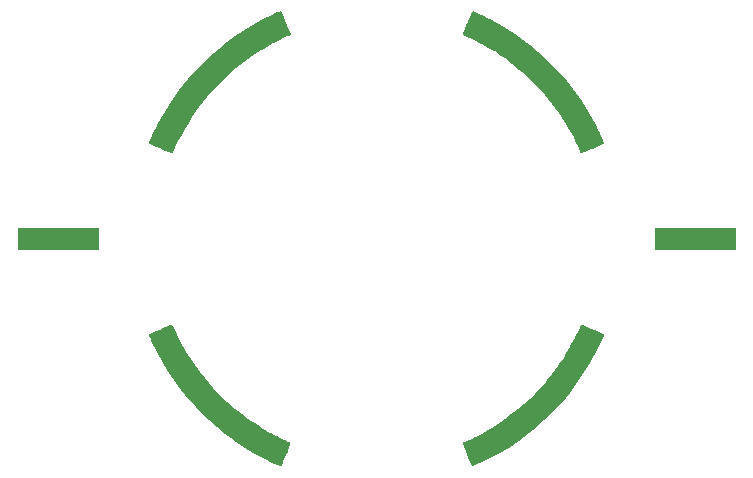
<source format=gbo>
G04 (created by PCBNEW (2013-07-07 BZR 4022)-stable) date 17/04/2014 00:12:45*
%MOIN*%
G04 Gerber Fmt 3.4, Leading zero omitted, Abs format*
%FSLAX34Y34*%
G01*
G70*
G90*
G04 APERTURE LIST*
%ADD10C,0.00590551*%
%ADD11C,0.0001*%
G04 APERTURE END LIST*
G54D10*
G54D11*
G36*
X71227Y-65141D02*
X71216Y-65189D01*
X71196Y-65242D01*
X71173Y-65298D01*
X71153Y-65349D01*
X71143Y-65381D01*
X71132Y-65412D01*
X71113Y-65462D01*
X71088Y-65525D01*
X71058Y-65597D01*
X71027Y-65672D01*
X70996Y-65745D01*
X70968Y-65810D01*
X70945Y-65864D01*
X70927Y-65901D01*
X70919Y-65915D01*
X70903Y-65909D01*
X70865Y-65895D01*
X70814Y-65874D01*
X70784Y-65863D01*
X70617Y-65789D01*
X70433Y-65700D01*
X70237Y-65596D01*
X70033Y-65482D01*
X69827Y-65360D01*
X69624Y-65233D01*
X69429Y-65104D01*
X69337Y-65041D01*
X69059Y-64833D01*
X68779Y-64601D01*
X68500Y-64349D01*
X68227Y-64083D01*
X67966Y-63805D01*
X67720Y-63521D01*
X67494Y-63235D01*
X67426Y-63143D01*
X67196Y-62808D01*
X66978Y-62453D01*
X66776Y-62085D01*
X66595Y-61713D01*
X66593Y-61709D01*
X66567Y-61654D01*
X66545Y-61611D01*
X66529Y-61585D01*
X66526Y-61581D01*
X66512Y-61562D01*
X66505Y-61543D01*
X66504Y-61533D01*
X66511Y-61522D01*
X66527Y-61509D01*
X66557Y-61491D01*
X66603Y-61468D01*
X66667Y-61439D01*
X66753Y-61400D01*
X66864Y-61351D01*
X66870Y-61348D01*
X66970Y-61305D01*
X67062Y-61265D01*
X67141Y-61232D01*
X67204Y-61207D01*
X67248Y-61189D01*
X67268Y-61183D01*
X67284Y-61197D01*
X67310Y-61235D01*
X67342Y-61297D01*
X67371Y-61356D01*
X67556Y-61729D01*
X67752Y-62081D01*
X67966Y-62419D01*
X68200Y-62749D01*
X68237Y-62798D01*
X68372Y-62972D01*
X68503Y-63130D01*
X68635Y-63280D01*
X68776Y-63429D01*
X68932Y-63584D01*
X69004Y-63652D01*
X69106Y-63749D01*
X69201Y-63835D01*
X69292Y-63914D01*
X69386Y-63993D01*
X69490Y-64075D01*
X69609Y-64166D01*
X69698Y-64233D01*
X69806Y-64313D01*
X69919Y-64394D01*
X70030Y-64472D01*
X70136Y-64545D01*
X70230Y-64608D01*
X70307Y-64656D01*
X70322Y-64666D01*
X70390Y-64706D01*
X70473Y-64751D01*
X70565Y-64801D01*
X70663Y-64852D01*
X70764Y-64904D01*
X70863Y-64954D01*
X70956Y-65000D01*
X71039Y-65040D01*
X71109Y-65072D01*
X71161Y-65094D01*
X71193Y-65105D01*
X71197Y-65105D01*
X71220Y-65114D01*
X71227Y-65141D01*
X71227Y-65141D01*
X71227Y-65141D01*
G37*
G36*
X81679Y-61524D02*
X81667Y-61563D01*
X81642Y-61625D01*
X81604Y-61710D01*
X81551Y-61821D01*
X81485Y-61956D01*
X81455Y-62016D01*
X81221Y-62451D01*
X80962Y-62869D01*
X80679Y-63270D01*
X80541Y-63448D01*
X80397Y-63620D01*
X80234Y-63803D01*
X80056Y-63992D01*
X79869Y-64181D01*
X79678Y-64365D01*
X79488Y-64540D01*
X79305Y-64699D01*
X79184Y-64797D01*
X78850Y-65047D01*
X78497Y-65283D01*
X78133Y-65502D01*
X77762Y-65699D01*
X77390Y-65872D01*
X77299Y-65910D01*
X77279Y-65905D01*
X77274Y-65897D01*
X77267Y-65879D01*
X77250Y-65836D01*
X77224Y-65773D01*
X77192Y-65694D01*
X77155Y-65602D01*
X77115Y-65503D01*
X77075Y-65403D01*
X77040Y-65312D01*
X77010Y-65233D01*
X76987Y-65171D01*
X76973Y-65129D01*
X76970Y-65110D01*
X76988Y-65098D01*
X77021Y-65094D01*
X77054Y-65087D01*
X77110Y-65067D01*
X77184Y-65034D01*
X77274Y-64992D01*
X77375Y-64942D01*
X77485Y-64886D01*
X77599Y-64825D01*
X77714Y-64761D01*
X77827Y-64696D01*
X77934Y-64632D01*
X77938Y-64629D01*
X78156Y-64489D01*
X78376Y-64337D01*
X78594Y-64175D01*
X78807Y-64007D01*
X79009Y-63837D01*
X79197Y-63668D01*
X79368Y-63503D01*
X79515Y-63345D01*
X79542Y-63315D01*
X79604Y-63243D01*
X79674Y-63162D01*
X79742Y-63083D01*
X79775Y-63045D01*
X79861Y-62942D01*
X79957Y-62819D01*
X80058Y-62685D01*
X80159Y-62547D01*
X80253Y-62411D01*
X80336Y-62286D01*
X80338Y-62283D01*
X80377Y-62219D01*
X80424Y-62138D01*
X80477Y-62044D01*
X80534Y-61942D01*
X80592Y-61834D01*
X80650Y-61724D01*
X80706Y-61617D01*
X80758Y-61517D01*
X80803Y-61425D01*
X80841Y-61347D01*
X80868Y-61287D01*
X80883Y-61248D01*
X80885Y-61240D01*
X80897Y-61203D01*
X80913Y-61182D01*
X80914Y-61182D01*
X80932Y-61186D01*
X80972Y-61200D01*
X81031Y-61223D01*
X81104Y-61253D01*
X81187Y-61287D01*
X81275Y-61324D01*
X81364Y-61363D01*
X81450Y-61400D01*
X81529Y-61435D01*
X81595Y-61464D01*
X81645Y-61488D01*
X81674Y-61504D01*
X81678Y-61507D01*
X81679Y-61524D01*
X81679Y-61524D01*
X81679Y-61524D01*
G37*
G36*
X64830Y-58701D02*
X63488Y-58701D01*
X62145Y-58701D01*
X62145Y-58326D01*
X62145Y-57951D01*
X63488Y-57951D01*
X64830Y-57951D01*
X64830Y-58326D01*
X64830Y-58701D01*
X64830Y-58701D01*
X64830Y-58701D01*
G37*
G36*
X86067Y-58701D02*
X84725Y-58701D01*
X83383Y-58701D01*
X83383Y-58326D01*
X83383Y-57951D01*
X84725Y-57951D01*
X86067Y-57951D01*
X86067Y-58326D01*
X86067Y-58701D01*
X86067Y-58701D01*
X86067Y-58701D01*
G37*
G36*
X71243Y-51526D02*
X71224Y-51543D01*
X71201Y-51547D01*
X71172Y-51554D01*
X71121Y-51574D01*
X71051Y-51605D01*
X70965Y-51645D01*
X70868Y-51693D01*
X70762Y-51746D01*
X70652Y-51804D01*
X70541Y-51863D01*
X70432Y-51922D01*
X70330Y-51980D01*
X70237Y-52035D01*
X70229Y-52039D01*
X70155Y-52087D01*
X70059Y-52151D01*
X69944Y-52232D01*
X69813Y-52326D01*
X69667Y-52434D01*
X69547Y-52524D01*
X69411Y-52632D01*
X69262Y-52761D01*
X69103Y-52907D01*
X68940Y-53066D01*
X68775Y-53234D01*
X68612Y-53409D01*
X68455Y-53584D01*
X68309Y-53757D01*
X68297Y-53771D01*
X68189Y-53912D01*
X68073Y-54074D01*
X67952Y-54255D01*
X67831Y-54448D01*
X67712Y-54648D01*
X67599Y-54850D01*
X67494Y-55049D01*
X67416Y-55207D01*
X67374Y-55294D01*
X67343Y-55358D01*
X67321Y-55402D01*
X67306Y-55430D01*
X67295Y-55446D01*
X67287Y-55454D01*
X67278Y-55456D01*
X67274Y-55457D01*
X67255Y-55452D01*
X67212Y-55437D01*
X67149Y-55414D01*
X67070Y-55383D01*
X66979Y-55346D01*
X66882Y-55306D01*
X66783Y-55265D01*
X66694Y-55228D01*
X66617Y-55195D01*
X66557Y-55169D01*
X66518Y-55152D01*
X66502Y-55144D01*
X66505Y-55128D01*
X66518Y-55092D01*
X66540Y-55043D01*
X66547Y-55029D01*
X66572Y-54978D01*
X66590Y-54938D01*
X66599Y-54915D01*
X66600Y-54914D01*
X66606Y-54895D01*
X66625Y-54854D01*
X66654Y-54796D01*
X66690Y-54723D01*
X66732Y-54641D01*
X66778Y-54553D01*
X66824Y-54464D01*
X66870Y-54378D01*
X66912Y-54299D01*
X66950Y-54232D01*
X66974Y-54189D01*
X67233Y-53773D01*
X67519Y-53372D01*
X67828Y-52987D01*
X68161Y-52620D01*
X68515Y-52273D01*
X68557Y-52236D01*
X68832Y-51993D01*
X69100Y-51775D01*
X69368Y-51575D01*
X69642Y-51389D01*
X69928Y-51214D01*
X70232Y-51044D01*
X70435Y-50939D01*
X70533Y-50891D01*
X70628Y-50847D01*
X70716Y-50808D01*
X70793Y-50776D01*
X70857Y-50753D01*
X70901Y-50740D01*
X70924Y-50738D01*
X70925Y-50739D01*
X70936Y-50760D01*
X70956Y-50803D01*
X70982Y-50864D01*
X71014Y-50940D01*
X71049Y-51024D01*
X71086Y-51115D01*
X71123Y-51206D01*
X71157Y-51293D01*
X71188Y-51373D01*
X71214Y-51440D01*
X71233Y-51490D01*
X71242Y-51520D01*
X71243Y-51526D01*
X71243Y-51526D01*
X71243Y-51526D01*
G37*
G36*
X81703Y-55136D02*
X81686Y-55144D01*
X81647Y-55163D01*
X81592Y-55188D01*
X81525Y-55218D01*
X81451Y-55251D01*
X81376Y-55283D01*
X81305Y-55314D01*
X81243Y-55340D01*
X81196Y-55360D01*
X81169Y-55370D01*
X81164Y-55372D01*
X81145Y-55377D01*
X81106Y-55391D01*
X81055Y-55412D01*
X81045Y-55417D01*
X80993Y-55438D01*
X80951Y-55454D01*
X80927Y-55461D01*
X80925Y-55462D01*
X80912Y-55449D01*
X80891Y-55416D01*
X80866Y-55369D01*
X80862Y-55360D01*
X80833Y-55297D01*
X80798Y-55221D01*
X80764Y-55146D01*
X80757Y-55130D01*
X80711Y-55027D01*
X80664Y-54932D01*
X80615Y-54838D01*
X80560Y-54739D01*
X80494Y-54630D01*
X80415Y-54504D01*
X80403Y-54483D01*
X80176Y-54140D01*
X79947Y-53823D01*
X79711Y-53529D01*
X79467Y-53255D01*
X79211Y-52997D01*
X78940Y-52752D01*
X78853Y-52679D01*
X78742Y-52588D01*
X78622Y-52494D01*
X78497Y-52399D01*
X78371Y-52307D01*
X78249Y-52219D01*
X78134Y-52140D01*
X78030Y-52072D01*
X77942Y-52017D01*
X77876Y-51981D01*
X77813Y-51947D01*
X77743Y-51906D01*
X77703Y-51882D01*
X77665Y-51860D01*
X77605Y-51827D01*
X77528Y-51788D01*
X77440Y-51743D01*
X77344Y-51696D01*
X77295Y-51672D01*
X77204Y-51628D01*
X77123Y-51588D01*
X77055Y-51553D01*
X77004Y-51526D01*
X76973Y-51509D01*
X76967Y-51504D01*
X76971Y-51487D01*
X76986Y-51447D01*
X77010Y-51388D01*
X77041Y-51313D01*
X77077Y-51228D01*
X77095Y-51185D01*
X77136Y-51092D01*
X77175Y-51003D01*
X77208Y-50924D01*
X77236Y-50861D01*
X77254Y-50817D01*
X77257Y-50808D01*
X77278Y-50768D01*
X77297Y-50742D01*
X77307Y-50737D01*
X77332Y-50744D01*
X77379Y-50761D01*
X77444Y-50789D01*
X77521Y-50823D01*
X77607Y-50862D01*
X77696Y-50905D01*
X77784Y-50949D01*
X77863Y-50989D01*
X78167Y-51154D01*
X78449Y-51322D01*
X78715Y-51495D01*
X78972Y-51679D01*
X79226Y-51877D01*
X79484Y-52095D01*
X79641Y-52236D01*
X79997Y-52579D01*
X80331Y-52942D01*
X80643Y-53324D01*
X80930Y-53721D01*
X81191Y-54134D01*
X81222Y-54187D01*
X81273Y-54276D01*
X81327Y-54374D01*
X81382Y-54478D01*
X81437Y-54585D01*
X81490Y-54689D01*
X81539Y-54789D01*
X81581Y-54879D01*
X81616Y-54956D01*
X81642Y-55016D01*
X81656Y-55056D01*
X81658Y-55068D01*
X81669Y-55095D01*
X81684Y-55110D01*
X81702Y-55127D01*
X81703Y-55136D01*
X81703Y-55136D01*
X81703Y-55136D01*
G37*
M02*

</source>
